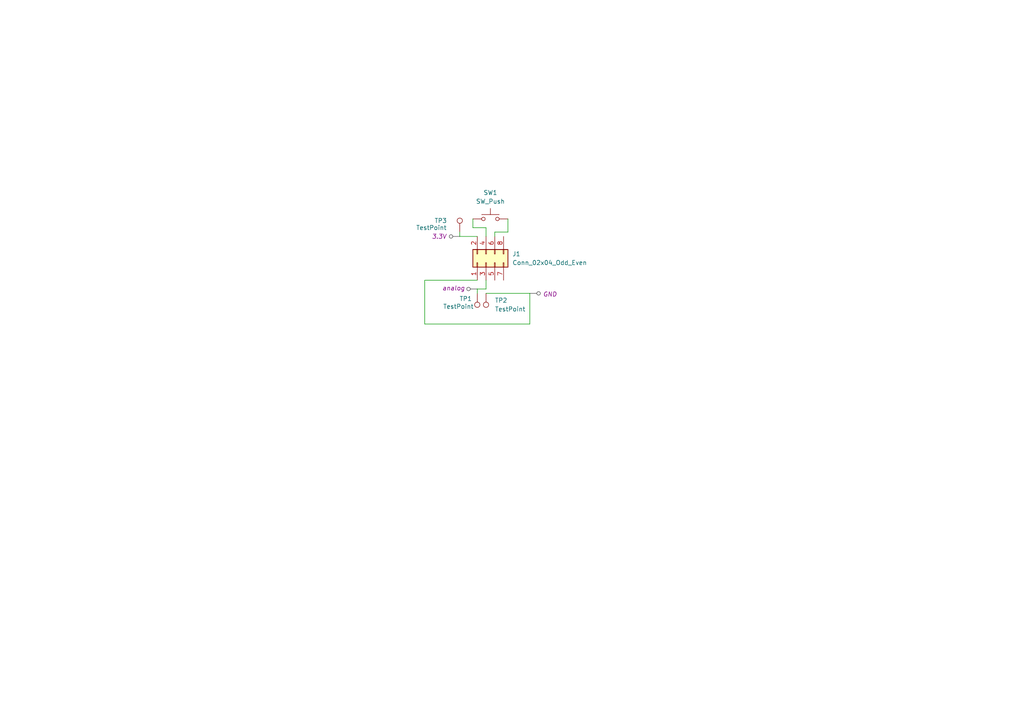
<source format=kicad_sch>
(kicad_sch (version 20231120) (generator "eeschema") (generator_version "8.0")
  (paper "A4")
  (lib_symbols
    (symbol "Connector:TestPoint" (pin_numbers hide) (pin_names (offset 0.762) hide)
      (property "Reference" "TP" (at 0 6.858 0))
      (property "Value" "TestPoint" (at 0 5.08 0))
      (symbol "TestPoint_0_1"
        (circle (center 0 3.302) (radius 0.762))
      )
      (symbol "TestPoint_1_1"
        (pin passive line (at 0 0 90) (length 2.54) (name "1") (number "1"))
      )
    )
    (symbol "Connector_Generic:Conn_02x04_Odd_Even" (pin_names (offset 1.016) hide)
      (property "Reference" "J" (at 1.27 5.08 0))
      (property "Value" "Conn_02x04_Odd_Even" (at 1.27 -7.62 0))
      (symbol "Conn_02x04_Odd_Even_1_1"
        (rectangle (start -1.27 -4.953) (end 0 -5.207) (stroke (width 0.1524)))
        (rectangle (start -1.27 -2.413) (end 0 -2.667) (stroke (width 0.1524)))
        (rectangle (start -1.27 0.127) (end 0 -0.127) (stroke (width 0.1524)))
        (rectangle (start -1.27 2.667) (end 0 2.413) (stroke (width 0.1524)))
        (rectangle (start -1.27 3.81) (end 3.81 -6.35) (stroke (width 0.254)) (fill (type background)))
        (rectangle (start 3.81 -4.953) (end 2.54 -5.207) (stroke (width 0.1524)))
        (rectangle (start 3.81 -2.413) (end 2.54 -2.667) (stroke (width 0.1524)))
        (rectangle (start 3.81 0.127) (end 2.54 -0.127) (stroke (width 0.1524)))
        (rectangle (start 3.81 2.667) (end 2.54 2.413) (stroke (width 0.1524)))
        (pin passive line (at -5.08 2.54 0) (length 3.81) (name "Pin_1") (number "1"))
        (pin passive line (at 7.62 2.54 180) (length 3.81) (name "Pin_2") (number "2"))
        (pin passive line (at -5.08 0 0) (length 3.81) (name "Pin_3") (number "3"))
        (pin passive line (at 7.62 0 180) (length 3.81) (name "Pin_4") (number "4"))
        (pin passive line (at -5.08 -2.54 0) (length 3.81) (name "Pin_5") (number "5"))
        (pin passive line (at 7.62 -2.54 180) (length 3.81) (name "Pin_6") (number "6"))
        (pin passive line (at -5.08 -5.08 0) (length 3.81) (name "Pin_7") (number "7"))
        (pin passive line (at 7.62 -5.08 180) (length 3.81) (name "Pin_8") (number "8"))
      )
    )
    (symbol "Switch:SW_Push" (pin_numbers hide) (pin_names (offset 1.016) hide)
      (property "Reference" "SW" (at 1.27 2.54 0))
      (property "Value" "SW_Push" (at 0 -1.524 0))
      (symbol "SW_Push_0_1"
        (circle (center -2.032 0) (radius 0.508))
        (polyline (pts (xy 0 1.27) (xy 0 3.048)))
        (polyline (pts (xy 2.54 1.27) (xy -2.54 1.27)))
        (circle (center 2.032 0) (radius 0.508))
        (pin passive line (at -5.08 0 0) (length 2.54) (name "1") (number "1"))
        (pin passive line (at 5.08 0 180) (length 2.54) (name "2") (number "2"))
      )
    )
  )
  (wire (pts (xy 138.43 81.28) (xy 123.19 81.28)))
  (wire (pts (xy 143.51 68.58) (xy 143.51 67.31)))
  (wire (pts (xy 140.97 66.04) (xy 137.16 66.04)))
  (wire (pts (xy 153.67 93.98) (xy 153.67 85.09)))
  (wire (pts (xy 138.43 68.58) (xy 133.35 68.58)))
  (wire (pts (xy 133.35 68.58) (xy 133.35 67.31)))
  (wire (pts (xy 143.51 67.31) (xy 147.32 67.31)))
  (wire (pts (xy 147.32 63.5) (xy 147.32 67.31)))
  (wire (pts (xy 138.43 83.82) (xy 138.43 85.09)))
  (wire (pts (xy 140.97 81.28) (xy 140.97 83.82)))
  (wire (pts (xy 138.43 83.82) (xy 140.97 83.82)))
  (wire (pts (xy 123.19 93.98) (xy 153.67 93.98)))
  (wire (pts (xy 140.97 66.04) (xy 140.97 68.58)))
  (wire (pts (xy 137.16 66.04) (xy 137.16 63.5)))
  (wire (pts (xy 123.19 81.28) (xy 123.19 93.98)))
  (wire (pts (xy 140.97 85.09) (xy 153.67 85.09)))
  (netclass_flag "" (length 2.54) (shape round) (at 153.67 85.09 270) (property "Netclass" "GND" (at 157.48 85.344 0) (effects (font (italic yes)) (justify left))))
  (netclass_flag "" (length 2.54) (shape round) (at 138.43 83.82 90) (property "Netclass" "analog" (at 128.27 83.566 0) (effects (font (italic yes)) (justify left))))
  (netclass_flag "" (length 2.54) (shape round) (at 133.35 68.58 90) (property "Netclass" "3.3V" (at 129.54 68.58 0) (effects (font (italic yes)) (justify right))))
  (symbol (lib_id "Connector:TestPoint") (at 140.97 85.09 180) (unit 1)
    (property "Reference" "TP2" (at 143.51 87.1219 0) (effects (justify right)))
    (property "Value" "TestPoint" (at 143.51 89.6619 0) (effects (justify right)))
    (property "Footprint" "TestPoint:TestPoint_Pad_1.5x1.5mm" (effects (hide yes)))
    (property "Description" "test point" (effects (hide yes)))
  )
  (symbol (lib_id "Connector:TestPoint") (at 138.43 85.09 180) (unit 1)
    (property "Reference" "TP1" (at 136.906 87.376 0) (effects (justify left top)))
    (property "Value" "TestPoint" (at 137.414 88.9 0) (effects (justify left)))
    (property "Footprint" "TestPoint:TestPoint_Pad_1.5x1.5mm" (effects (hide yes)))
    (property "Description" "test point" (effects (hide yes)))
  )
  (symbol (lib_id "Connector_Generic:Conn_02x04_Odd_Even") (at 140.97 76.2 90) (unit 1)
    (property "Reference" "J1" (at 148.59 73.6599 90) (effects (justify right)))
    (property "Value" "Conn_02x04_Odd_Even" (at 148.59 76.1999 90) (effects (justify right)))
    (property "Footprint" "Connector_PinSocket_2.54mm:PinSocket_2x04_P2.54mm_Vertical" (effects (hide yes)))
    (property "Description" "Generic connector, double row, 02x04, odd/even pin numbering scheme (row 1 odd numbers, row 2 even numbers), script generated (kicad-library-utils/schlib/autogen/connector/)" (effects (hide yes)))
  )
  (symbol (lib_id "Switch:SW_Push") (at 142.24 63.5 0) (unit 1)
    (property "Reference" "SW1" (at 142.24 55.88 0))
    (property "Value" "SW_Push" (at 142.24 58.42 0))
    (property "Footprint" "PCM_Switch_Keyboard_Cherry_MX:SW_Cherry_MX_Plate" (effects (hide yes)))
    (property "Description" "Push button switch, generic, two pins" (effects (hide yes)))
  )
  (symbol (lib_id "Connector:TestPoint") (at 133.35 67.31 0) (unit 1)
    (property "Reference" "TP3" (at 125.984 64.008 0) (effects (justify left)))
    (property "Value" "TestPoint" (at 120.65 66.04 0) (effects (justify left)))
    (property "Footprint" "TestPoint:TestPoint_Pad_1.5x1.5mm" (effects (hide yes)))
    (property "Description" "test point" (effects (hide yes)))
  )
)
</source>
